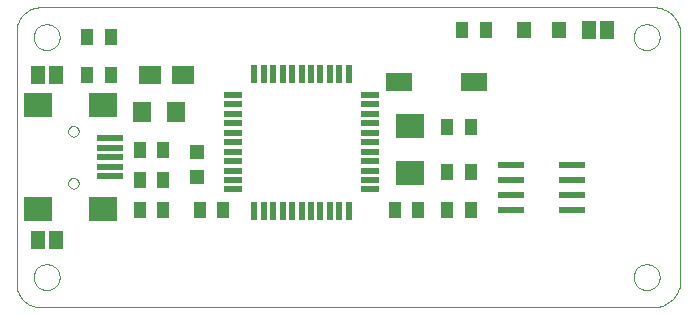
<source format=gtp>
G75*
%MOIN*%
%OFA0B0*%
%FSLAX24Y24*%
%IPPOS*%
%LPD*%
%AMOC8*
5,1,8,0,0,1.08239X$1,22.5*
%
%ADD10C,0.0000*%
%ADD11R,0.0433X0.0551*%
%ADD12R,0.0630X0.0710*%
%ADD13R,0.0768X0.0591*%
%ADD14R,0.0472X0.0472*%
%ADD15R,0.0945X0.0787*%
%ADD16R,0.0591X0.0197*%
%ADD17R,0.0197X0.0591*%
%ADD18R,0.0909X0.0197*%
%ADD19R,0.0460X0.0630*%
%ADD20R,0.0472X0.0551*%
%ADD21R,0.0866X0.0236*%
%ADD22R,0.0906X0.0630*%
D10*
X002087Y001180D02*
X022383Y001180D01*
X023420Y001967D02*
X023420Y010389D01*
X023411Y010446D01*
X023398Y010502D01*
X023381Y010558D01*
X023361Y010612D01*
X023337Y010665D01*
X023310Y010716D01*
X023280Y010766D01*
X023247Y010813D01*
X023211Y010858D01*
X023173Y010901D01*
X023131Y010942D01*
X023088Y010980D01*
X023042Y011015D01*
X022993Y011047D01*
X022943Y011076D01*
X022891Y011101D01*
X022838Y011124D01*
X022783Y011143D01*
X022728Y011158D01*
X022671Y011170D01*
X022614Y011179D01*
X022556Y011184D01*
X022498Y011185D01*
X022441Y011183D01*
X022383Y011176D01*
X002087Y011176D01*
X002033Y011174D01*
X001980Y011169D01*
X001927Y011160D01*
X001875Y011147D01*
X001823Y011131D01*
X001773Y011111D01*
X001725Y011088D01*
X001678Y011061D01*
X001633Y011032D01*
X001590Y010999D01*
X001550Y010964D01*
X001512Y010926D01*
X001477Y010886D01*
X001444Y010843D01*
X001415Y010798D01*
X001388Y010751D01*
X001365Y010703D01*
X001345Y010653D01*
X001329Y010601D01*
X001316Y010549D01*
X001307Y010496D01*
X001302Y010443D01*
X001300Y010389D01*
X001300Y001967D01*
X001302Y001913D01*
X001307Y001860D01*
X001316Y001807D01*
X001329Y001755D01*
X001345Y001703D01*
X001365Y001653D01*
X001388Y001605D01*
X001415Y001558D01*
X001444Y001513D01*
X001477Y001470D01*
X001512Y001430D01*
X001550Y001392D01*
X001590Y001357D01*
X001633Y001324D01*
X001678Y001295D01*
X001725Y001268D01*
X001773Y001245D01*
X001823Y001225D01*
X001875Y001209D01*
X001927Y001196D01*
X001980Y001187D01*
X002033Y001182D01*
X002087Y001180D01*
X001867Y002180D02*
X001869Y002221D01*
X001875Y002262D01*
X001885Y002302D01*
X001898Y002341D01*
X001915Y002378D01*
X001936Y002414D01*
X001960Y002448D01*
X001987Y002479D01*
X002016Y002507D01*
X002049Y002533D01*
X002083Y002555D01*
X002120Y002574D01*
X002158Y002589D01*
X002198Y002601D01*
X002238Y002609D01*
X002279Y002613D01*
X002321Y002613D01*
X002362Y002609D01*
X002402Y002601D01*
X002442Y002589D01*
X002480Y002574D01*
X002516Y002555D01*
X002551Y002533D01*
X002584Y002507D01*
X002613Y002479D01*
X002640Y002448D01*
X002664Y002414D01*
X002685Y002378D01*
X002702Y002341D01*
X002715Y002302D01*
X002725Y002262D01*
X002731Y002221D01*
X002733Y002180D01*
X002731Y002139D01*
X002725Y002098D01*
X002715Y002058D01*
X002702Y002019D01*
X002685Y001982D01*
X002664Y001946D01*
X002640Y001912D01*
X002613Y001881D01*
X002584Y001853D01*
X002551Y001827D01*
X002517Y001805D01*
X002480Y001786D01*
X002442Y001771D01*
X002402Y001759D01*
X002362Y001751D01*
X002321Y001747D01*
X002279Y001747D01*
X002238Y001751D01*
X002198Y001759D01*
X002158Y001771D01*
X002120Y001786D01*
X002084Y001805D01*
X002049Y001827D01*
X002016Y001853D01*
X001987Y001881D01*
X001960Y001912D01*
X001936Y001946D01*
X001915Y001982D01*
X001898Y002019D01*
X001885Y002058D01*
X001875Y002098D01*
X001869Y002139D01*
X001867Y002180D01*
X003017Y005314D02*
X003019Y005340D01*
X003025Y005366D01*
X003035Y005391D01*
X003048Y005414D01*
X003064Y005434D01*
X003084Y005452D01*
X003106Y005467D01*
X003129Y005479D01*
X003155Y005487D01*
X003181Y005491D01*
X003207Y005491D01*
X003233Y005487D01*
X003259Y005479D01*
X003283Y005467D01*
X003304Y005452D01*
X003324Y005434D01*
X003340Y005414D01*
X003353Y005391D01*
X003363Y005366D01*
X003369Y005340D01*
X003371Y005314D01*
X003369Y005288D01*
X003363Y005262D01*
X003353Y005237D01*
X003340Y005214D01*
X003324Y005194D01*
X003304Y005176D01*
X003282Y005161D01*
X003259Y005149D01*
X003233Y005141D01*
X003207Y005137D01*
X003181Y005137D01*
X003155Y005141D01*
X003129Y005149D01*
X003105Y005161D01*
X003084Y005176D01*
X003064Y005194D01*
X003048Y005214D01*
X003035Y005237D01*
X003025Y005262D01*
X003019Y005288D01*
X003017Y005314D01*
X003017Y007046D02*
X003019Y007072D01*
X003025Y007098D01*
X003035Y007123D01*
X003048Y007146D01*
X003064Y007166D01*
X003084Y007184D01*
X003106Y007199D01*
X003129Y007211D01*
X003155Y007219D01*
X003181Y007223D01*
X003207Y007223D01*
X003233Y007219D01*
X003259Y007211D01*
X003283Y007199D01*
X003304Y007184D01*
X003324Y007166D01*
X003340Y007146D01*
X003353Y007123D01*
X003363Y007098D01*
X003369Y007072D01*
X003371Y007046D01*
X003369Y007020D01*
X003363Y006994D01*
X003353Y006969D01*
X003340Y006946D01*
X003324Y006926D01*
X003304Y006908D01*
X003282Y006893D01*
X003259Y006881D01*
X003233Y006873D01*
X003207Y006869D01*
X003181Y006869D01*
X003155Y006873D01*
X003129Y006881D01*
X003105Y006893D01*
X003084Y006908D01*
X003064Y006926D01*
X003048Y006946D01*
X003035Y006969D01*
X003025Y006994D01*
X003019Y007020D01*
X003017Y007046D01*
X001867Y010180D02*
X001869Y010221D01*
X001875Y010262D01*
X001885Y010302D01*
X001898Y010341D01*
X001915Y010378D01*
X001936Y010414D01*
X001960Y010448D01*
X001987Y010479D01*
X002016Y010507D01*
X002049Y010533D01*
X002083Y010555D01*
X002120Y010574D01*
X002158Y010589D01*
X002198Y010601D01*
X002238Y010609D01*
X002279Y010613D01*
X002321Y010613D01*
X002362Y010609D01*
X002402Y010601D01*
X002442Y010589D01*
X002480Y010574D01*
X002516Y010555D01*
X002551Y010533D01*
X002584Y010507D01*
X002613Y010479D01*
X002640Y010448D01*
X002664Y010414D01*
X002685Y010378D01*
X002702Y010341D01*
X002715Y010302D01*
X002725Y010262D01*
X002731Y010221D01*
X002733Y010180D01*
X002731Y010139D01*
X002725Y010098D01*
X002715Y010058D01*
X002702Y010019D01*
X002685Y009982D01*
X002664Y009946D01*
X002640Y009912D01*
X002613Y009881D01*
X002584Y009853D01*
X002551Y009827D01*
X002517Y009805D01*
X002480Y009786D01*
X002442Y009771D01*
X002402Y009759D01*
X002362Y009751D01*
X002321Y009747D01*
X002279Y009747D01*
X002238Y009751D01*
X002198Y009759D01*
X002158Y009771D01*
X002120Y009786D01*
X002084Y009805D01*
X002049Y009827D01*
X002016Y009853D01*
X001987Y009881D01*
X001960Y009912D01*
X001936Y009946D01*
X001915Y009982D01*
X001898Y010019D01*
X001885Y010058D01*
X001875Y010098D01*
X001869Y010139D01*
X001867Y010180D01*
X021867Y010180D02*
X021869Y010221D01*
X021875Y010262D01*
X021885Y010302D01*
X021898Y010341D01*
X021915Y010378D01*
X021936Y010414D01*
X021960Y010448D01*
X021987Y010479D01*
X022016Y010507D01*
X022049Y010533D01*
X022083Y010555D01*
X022120Y010574D01*
X022158Y010589D01*
X022198Y010601D01*
X022238Y010609D01*
X022279Y010613D01*
X022321Y010613D01*
X022362Y010609D01*
X022402Y010601D01*
X022442Y010589D01*
X022480Y010574D01*
X022516Y010555D01*
X022551Y010533D01*
X022584Y010507D01*
X022613Y010479D01*
X022640Y010448D01*
X022664Y010414D01*
X022685Y010378D01*
X022702Y010341D01*
X022715Y010302D01*
X022725Y010262D01*
X022731Y010221D01*
X022733Y010180D01*
X022731Y010139D01*
X022725Y010098D01*
X022715Y010058D01*
X022702Y010019D01*
X022685Y009982D01*
X022664Y009946D01*
X022640Y009912D01*
X022613Y009881D01*
X022584Y009853D01*
X022551Y009827D01*
X022517Y009805D01*
X022480Y009786D01*
X022442Y009771D01*
X022402Y009759D01*
X022362Y009751D01*
X022321Y009747D01*
X022279Y009747D01*
X022238Y009751D01*
X022198Y009759D01*
X022158Y009771D01*
X022120Y009786D01*
X022084Y009805D01*
X022049Y009827D01*
X022016Y009853D01*
X021987Y009881D01*
X021960Y009912D01*
X021936Y009946D01*
X021915Y009982D01*
X021898Y010019D01*
X021885Y010058D01*
X021875Y010098D01*
X021869Y010139D01*
X021867Y010180D01*
X021867Y002180D02*
X021869Y002221D01*
X021875Y002262D01*
X021885Y002302D01*
X021898Y002341D01*
X021915Y002378D01*
X021936Y002414D01*
X021960Y002448D01*
X021987Y002479D01*
X022016Y002507D01*
X022049Y002533D01*
X022083Y002555D01*
X022120Y002574D01*
X022158Y002589D01*
X022198Y002601D01*
X022238Y002609D01*
X022279Y002613D01*
X022321Y002613D01*
X022362Y002609D01*
X022402Y002601D01*
X022442Y002589D01*
X022480Y002574D01*
X022516Y002555D01*
X022551Y002533D01*
X022584Y002507D01*
X022613Y002479D01*
X022640Y002448D01*
X022664Y002414D01*
X022685Y002378D01*
X022702Y002341D01*
X022715Y002302D01*
X022725Y002262D01*
X022731Y002221D01*
X022733Y002180D01*
X022731Y002139D01*
X022725Y002098D01*
X022715Y002058D01*
X022702Y002019D01*
X022685Y001982D01*
X022664Y001946D01*
X022640Y001912D01*
X022613Y001881D01*
X022584Y001853D01*
X022551Y001827D01*
X022517Y001805D01*
X022480Y001786D01*
X022442Y001771D01*
X022402Y001759D01*
X022362Y001751D01*
X022321Y001747D01*
X022279Y001747D01*
X022238Y001751D01*
X022198Y001759D01*
X022158Y001771D01*
X022120Y001786D01*
X022084Y001805D01*
X022049Y001827D01*
X022016Y001853D01*
X021987Y001881D01*
X021960Y001912D01*
X021936Y001946D01*
X021915Y001982D01*
X021898Y002019D01*
X021885Y002058D01*
X021875Y002098D01*
X021869Y002139D01*
X021867Y002180D01*
X022383Y001180D02*
X022441Y001173D01*
X022498Y001171D01*
X022556Y001172D01*
X022614Y001177D01*
X022671Y001186D01*
X022728Y001198D01*
X022783Y001213D01*
X022838Y001232D01*
X022891Y001255D01*
X022943Y001280D01*
X022993Y001309D01*
X023042Y001341D01*
X023088Y001376D01*
X023131Y001414D01*
X023173Y001455D01*
X023211Y001498D01*
X023247Y001543D01*
X023280Y001590D01*
X023310Y001640D01*
X023337Y001691D01*
X023361Y001744D01*
X023381Y001798D01*
X023398Y001854D01*
X023411Y001910D01*
X023420Y001967D01*
D11*
X016444Y004430D03*
X015656Y004430D03*
X014694Y004430D03*
X013906Y004430D03*
X015656Y005680D03*
X016444Y005680D03*
X016444Y007180D03*
X015656Y007180D03*
X016156Y010430D03*
X016944Y010430D03*
X008194Y004430D03*
X007406Y004430D03*
X006194Y004430D03*
X005406Y004430D03*
X005406Y005430D03*
X006194Y005430D03*
X006194Y006430D03*
X005406Y006430D03*
X004444Y008930D03*
X003656Y008930D03*
X003656Y010180D03*
X004444Y010180D03*
D12*
X005490Y007680D03*
X006610Y007680D03*
D13*
X006841Y008930D03*
X005759Y008930D03*
D14*
X007300Y006343D03*
X007300Y005517D03*
D15*
X004178Y004448D03*
X002013Y004448D03*
X002013Y007912D03*
X004178Y007912D03*
X014400Y007217D03*
X014400Y005643D03*
D16*
X013083Y005735D03*
X013083Y006050D03*
X013083Y006365D03*
X013083Y006680D03*
X013083Y006995D03*
X013083Y007310D03*
X013083Y007625D03*
X013083Y007940D03*
X013083Y008255D03*
X008517Y008255D03*
X008517Y007940D03*
X008517Y007625D03*
X008517Y007310D03*
X008517Y006995D03*
X008517Y006680D03*
X008517Y006365D03*
X008517Y006050D03*
X008517Y005735D03*
X008517Y005420D03*
X008517Y005105D03*
X013083Y005105D03*
X013083Y005420D03*
D17*
X012375Y004397D03*
X012060Y004397D03*
X011745Y004397D03*
X011430Y004397D03*
X011115Y004397D03*
X010800Y004397D03*
X010485Y004397D03*
X010170Y004397D03*
X009855Y004397D03*
X009540Y004397D03*
X009225Y004397D03*
X009225Y008963D03*
X009540Y008963D03*
X009855Y008963D03*
X010170Y008963D03*
X010485Y008963D03*
X010800Y008963D03*
X011115Y008963D03*
X011430Y008963D03*
X011745Y008963D03*
X012060Y008963D03*
X012375Y008963D03*
D18*
X004400Y006810D03*
X004400Y006495D03*
X004400Y006180D03*
X004400Y005865D03*
X004400Y005550D03*
D19*
X002600Y003430D03*
X002000Y003430D03*
X002000Y008930D03*
X002600Y008930D03*
X020372Y010408D03*
X020972Y010408D03*
D20*
X019391Y010430D03*
X018209Y010430D03*
D21*
X017776Y005930D03*
X017776Y005430D03*
X017776Y004930D03*
X017776Y004430D03*
X019824Y004430D03*
X019824Y004930D03*
X019824Y005430D03*
X019824Y005930D03*
D22*
X016540Y008680D03*
X014060Y008680D03*
M02*

</source>
